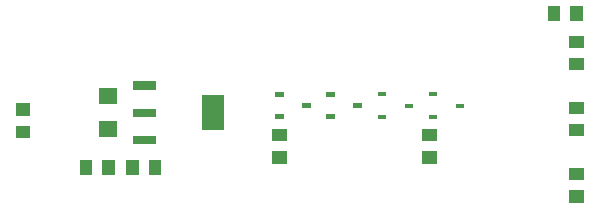
<source format=gbr>
G04 DipTrace 2.4.0.2*
%INTopPaste.gbr*%
%MOIN*%
%ADD42C,-0.01*%
%ADD50R,0.0313X0.0156*%
%FSLAX44Y44*%
G04*
G70*
G90*
G75*
G01*
%LNTopPaste*%
%LPD*%
G36*
X13883Y8512D2*
Y8668D1*
X14197D1*
Y8512D1*
X13883D1*
G37*
G36*
Y7764D2*
Y7920D1*
X14197D1*
Y7764D1*
X13883D1*
G37*
G36*
X14789Y8138D2*
Y8294D1*
X15102D1*
Y8138D1*
X14789D1*
G37*
G36*
X15583Y8512D2*
Y8668D1*
X15897D1*
Y8512D1*
X15583D1*
G37*
G36*
Y7764D2*
Y7920D1*
X15897D1*
Y7764D1*
X15583D1*
G37*
G36*
X16489Y8138D2*
Y8294D1*
X16802D1*
Y8138D1*
X16489D1*
G37*
D50*
X17440Y8590D3*
Y7842D3*
X18346Y8216D3*
X19140Y8590D3*
Y7842D3*
X20046Y8216D3*
D42*
X6169Y7345D3*
G36*
X8635Y7164D2*
X8027D1*
Y7694D1*
X8635D1*
Y7164D1*
G37*
G36*
Y8267D2*
X8027D1*
Y8797D1*
X8635D1*
Y8267D1*
G37*
G36*
X24185Y4984D2*
X23695D1*
Y5396D1*
X24185D1*
Y4984D1*
G37*
G36*
Y5732D2*
X23695D1*
Y6144D1*
X24185D1*
Y5732D1*
G37*
G36*
X9165Y8749D2*
Y9023D1*
X9911D1*
Y8749D1*
X9165D1*
G37*
G36*
Y7843D2*
Y8117D1*
X9911D1*
Y7843D1*
X9165D1*
G37*
G36*
Y6937D2*
Y7211D1*
X9911D1*
Y6937D1*
X9165D1*
G37*
G36*
X11449Y7390D2*
Y8570D1*
X12195D1*
Y7390D1*
X11449D1*
G37*
G36*
X24146Y11535D2*
Y11045D1*
X23734D1*
Y11535D1*
X24146D1*
G37*
G36*
X23398D2*
Y11045D1*
X22986D1*
Y11535D1*
X23398D1*
G37*
G36*
X8934Y5895D2*
Y6385D1*
X9346D1*
Y5895D1*
X8934D1*
G37*
G36*
X9682D2*
Y6385D1*
X10094D1*
Y5895D1*
X9682D1*
G37*
G36*
X5245Y8296D2*
X5735D1*
Y7884D1*
X5245D1*
Y8296D1*
G37*
G36*
Y7548D2*
X5735D1*
Y7136D1*
X5245D1*
Y7548D1*
G37*
G36*
X19285Y6284D2*
X18795D1*
Y6696D1*
X19285D1*
Y6284D1*
G37*
G36*
Y7032D2*
X18795D1*
Y7444D1*
X19285D1*
Y7032D1*
G37*
G36*
X14285Y6284D2*
X13795D1*
Y6696D1*
X14285D1*
Y6284D1*
G37*
G36*
Y7032D2*
X13795D1*
Y7444D1*
X14285D1*
Y7032D1*
G37*
G36*
X8546Y6385D2*
Y5895D1*
X8134D1*
Y6385D1*
X8546D1*
G37*
G36*
X7798D2*
Y5895D1*
X7386D1*
Y6385D1*
X7798D1*
G37*
G36*
X24180Y9389D2*
X23690D1*
Y9801D1*
X24180D1*
Y9389D1*
G37*
G36*
Y10137D2*
X23690D1*
Y10549D1*
X24180D1*
Y10137D1*
G37*
G36*
Y7189D2*
X23690D1*
Y7601D1*
X24180D1*
Y7189D1*
G37*
G36*
Y7937D2*
X23690D1*
Y8349D1*
X24180D1*
Y7937D1*
G37*
M02*

</source>
